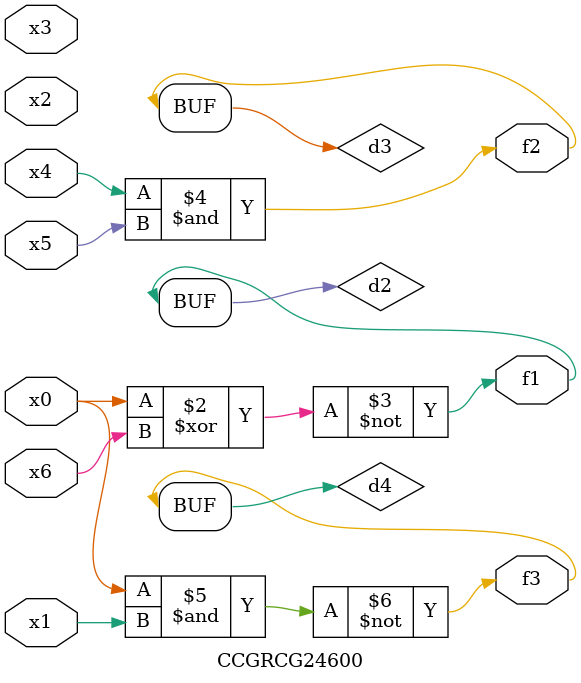
<source format=v>
module CCGRCG24600(
	input x0, x1, x2, x3, x4, x5, x6,
	output f1, f2, f3
);

	wire d1, d2, d3, d4;

	nor (d1, x0);
	xnor (d2, x0, x6);
	and (d3, x4, x5);
	nand (d4, x0, x1);
	assign f1 = d2;
	assign f2 = d3;
	assign f3 = d4;
endmodule

</source>
